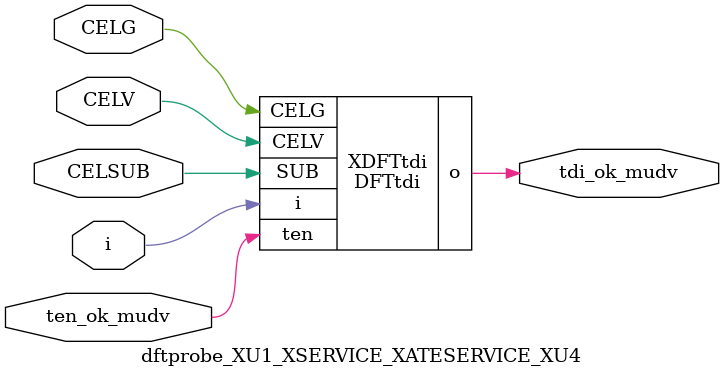
<source format=v>


module DFTtdi ( o, CELV, SUB, i, ten, CELG );

  input CELV;
  input ten;
  input i;
  output o;
  input CELG;
  input SUB;
endmodule


module dftprobe_XU1_XSERVICE_XATESERVICE_XU4 (i,tdi_ok_mudv,ten_ok_mudv,CELG,CELSUB,CELV);
input  i;
output  tdi_ok_mudv;
input  ten_ok_mudv;
input  CELG;
input  CELSUB;
input  CELV;

DFTtdi XDFTtdi(
  .i (i),
  .o (tdi_ok_mudv),
  .ten (ten_ok_mudv),
  .CELG (CELG),
  .SUB (CELSUB),
  .CELV (CELV)
);

endmodule


</source>
